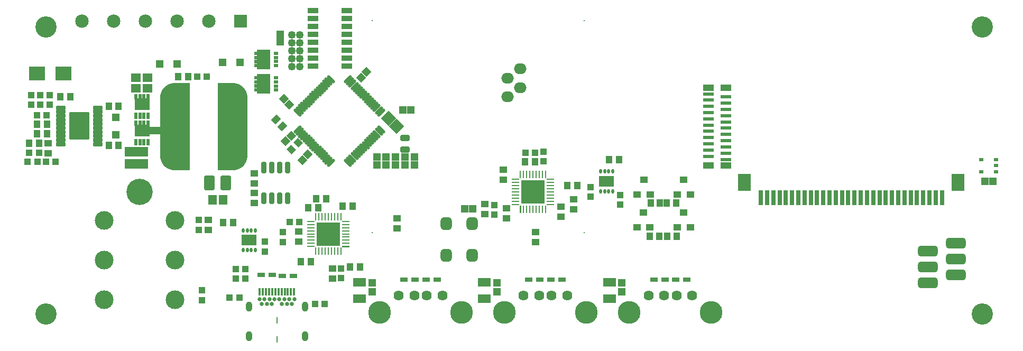
<source format=gts>
G04 =========================================*
G04 Numerical Innovations - Layer Information*
G04 Units: English*
G04 Purpose: Mask Top*
G04 Material: Solder Resist*
G04 =========================================*
G04 FAB 3000 Version 8.3.44 (64-bit) - Gerber/CAM Software*
G04 RS274-X Output*
%FSLAX35Y35*%
%MIA0B0*%
%MOIN*%
%SFA1.000000B1.000000*%

%IPPOS*%
%AMROUNDEDRECTD27*
4,1,4,-0.023755,-0.000500,
0.023755,-0.000500,
0.023755,0.000500,
-0.023755,0.000500,
-0.023755,-0.000500,0.0*
4,1,4,-0.019045,-0.004710,
0.019045,-0.004710,
0.019045,0.004710,
-0.019045,0.004710,
-0.019045,-0.004710,0.0*
1,1,0.009420,-0.019050,0.000000*
1,1,0.009420,0.019050,0.000000*
1,1,0.009420,0.019050,0.000000*
1,1,0.009420,-0.019050,0.000000*
%
%AMROUNDEDRECTD28*
4,1,4,-0.004710,-0.019045,
0.004710,-0.019045,
0.004710,0.019045,
-0.004710,0.019045,
-0.004710,-0.019045,0.0*
4,1,4,-0.000500,-0.023755,
0.000500,-0.023755,
0.000500,0.023755,
-0.000500,0.023755,
-0.000500,-0.023755,0.0*
1,1,0.009420,0.000000,0.019050*
1,1,0.009420,0.000000,0.019050*
1,1,0.009420,0.000000,-0.019050*
1,1,0.009420,0.000000,-0.019050*
%
%AMROUNDEDRECTD31*
4,1,4,-0.019045,0.004710,
-0.019045,-0.004710,
0.019045,-0.004710,
0.019045,0.004710,
-0.019045,0.004710,0.0*
4,1,4,-0.023755,0.000500,
-0.023755,-0.000500,
0.023755,-0.000500,
0.023755,0.000500,
-0.023755,0.000500,0.0*
1,1,0.009420,0.019050,0.000000*
1,1,0.009420,0.019050,0.000000*
1,1,0.009420,-0.019050,0.000000*
1,1,0.009420,-0.019050,0.000000*
%
%AMROUNDEDRECTD32*
4,1,4,-0.000500,0.023755,
-0.000500,-0.023755,
0.000500,-0.023755,
0.000500,0.023755,
-0.000500,0.023755,0.0*
4,1,4,-0.004710,0.019045,
-0.004710,-0.019045,
0.004710,-0.019045,
0.004710,0.019045,
-0.004710,0.019045,0.0*
1,1,0.009420,0.000000,0.019050*
1,1,0.009420,0.000000,-0.019050*
1,1,0.009420,0.000000,-0.019050*
1,1,0.009420,0.000000,0.019050*
%
%AMROUNDEDRECTD38*
4,1,4,-0.011810,-0.030475,
0.011810,-0.030475,
0.011810,0.030475,
-0.011810,0.030475,
-0.011810,-0.030475,0.0*
4,1,4,-0.009805,-0.032480,
0.009805,-0.032480,
0.009805,0.032480,
-0.009805,0.032480,
-0.009805,-0.032480,0.0*
1,1,0.004020,-0.009800,0.030470*
1,1,0.004020,0.009800,0.030470*
1,1,0.004020,0.009800,-0.030470*
1,1,0.004020,-0.009800,-0.030470*
%
%AMDIAMOND39*
4,1,4,-0.026445,0.000000,
0.000000,-0.026445,
0.026445,0.000000,
0.000000,0.026445,
-0.026445,0.000000,0.0*
%
%AMROTATEDRECTD40*
4,1,5,-0.024360,0.000700,
-0.000700,0.024360,
0.024360,-0.000700,
0.000700,-0.024360,
-0.024360,0.000700,
-0.024360,0.000700,0.0*
%
%AMROTATEDRECTD43*
4,1,5,0.002780,0.025060,
0.025060,0.002780,
-0.002780,-0.025060,
-0.025060,-0.002780,
0.002780,0.025060,
0.002780,0.025060,0.0*
%
%AMROTATEDRECTD44*
4,1,5,0.000700,0.042450,
0.042450,0.000700,
-0.000700,-0.042450,
-0.042450,-0.000700,
0.000700,0.042450,
0.000700,0.042450,0.0*
%
%AMROUNDEDRECTD47*
4,1,4,-0.044290,0.029530,
-0.044290,-0.029530,
0.044290,-0.029530,
0.044290,0.029530,
-0.044290,0.029530,0.0*
4,1,4,-0.059055,0.014765,
-0.059055,-0.014765,
0.059055,-0.014765,
0.059055,0.014765,
-0.059055,0.014765,0.0*
1,1,0.029530,0.044290,0.014760*
1,1,0.029530,0.044290,-0.014760*
1,1,0.029530,-0.044290,-0.014760*
1,1,0.029530,-0.044290,0.014760*
%
%AMROUNDEDRECTD57*
4,1,4,0.015750,-0.035435,
0.015750,0.035435,
-0.015750,0.035435,
-0.015750,-0.035435,
0.015750,-0.035435,0.0*
4,1,4,0.031495,-0.019685,
0.031495,0.019685,
-0.031495,0.019685,
-0.031495,-0.019685,
0.031495,-0.019685,0.0*
1,1,0.031500,-0.015750,-0.019680*
1,1,0.031500,-0.015750,0.019680*
1,1,0.031500,0.015750,0.019680*
1,1,0.031500,0.015750,-0.019680*
%
%AMROUNDEDRECTD58*
4,1,4,0.025590,0.011220,
-0.025590,0.011220,
-0.025590,-0.011220,
0.025590,-0.011220,
0.025590,0.011220,0.0*
4,1,4,0.021850,0.014960,
-0.021850,0.014960,
-0.021850,-0.014960,
0.021850,-0.014960,
0.021850,0.014960,0.0*
1,1,0.007480,0.021850,-0.011220*
1,1,0.007480,-0.021850,-0.011220*
1,1,0.007480,-0.021850,0.011220*
1,1,0.007480,0.021850,0.011220*
%
%AMROUNDEDRECTD62*
4,1,4,0.025690,-0.042325,
0.025690,0.042325,
-0.025690,0.042325,
-0.025690,-0.042325,
0.025690,-0.042325,0.0*
4,1,4,0.028545,-0.039470,
0.028545,0.039470,
-0.028545,0.039470,
-0.028545,-0.039470,
0.028545,-0.039470,0.0*
1,1,0.005710,-0.025690,-0.039470*
1,1,0.005710,-0.025690,0.039470*
1,1,0.005710,0.025690,0.039470*
1,1,0.005710,0.025690,-0.039470*
%
%AMROUNDEDRECTD63*
4,1,4,-0.025610,0.008860,
-0.025610,-0.008860,
0.025610,-0.008860,
0.025610,0.008860,
-0.025610,0.008860,0.0*
4,1,4,-0.027560,0.006910,
-0.027560,-0.006910,
0.027560,-0.006910,
0.027560,0.006910,
-0.027560,0.006910,0.0*
1,1,0.003900,0.025610,0.006910*
1,1,0.003900,0.025610,-0.006910*
1,1,0.003900,-0.025610,-0.006910*
1,1,0.003900,-0.025610,0.006910*
%
%AMROUNDEDRECTD64*
4,1,4,0.059055,0.080905,
-0.059055,0.080905,
-0.059055,-0.080905,
0.059055,-0.080905,
0.059055,0.080905,0.0*
4,1,4,0.057285,0.082675,
-0.057285,0.082675,
-0.057285,-0.082675,
0.057285,-0.082675,
0.057285,0.082675,0.0*
1,1,0.003540,0.057280,-0.080910*
1,1,0.003540,-0.057280,-0.080910*
1,1,0.003540,-0.057280,0.080910*
1,1,0.003540,0.057280,0.080910*
%
%AMOVALD65*
4,1,4,-0.011137,-0.019488,
0.019488,0.011137,
0.011137,0.019488,
-0.019488,-0.011137,
-0.011137,-0.019488,0.0*
1,1,0.011810,0.015310,0.015310*
1,1,0.011810,-0.015310,-0.015310*
%
%AMOVALD66*
4,1,4,-0.019488,0.011137,
0.011137,-0.019488,
0.019488,-0.011137,
-0.011137,0.019488,
-0.019488,0.011137,0.0*
1,1,0.011810,0.015310,-0.015310*
1,1,0.011810,-0.015310,0.015310*
%
%AMDIAMOND67*
4,1,4,0.000000,0.026445,
-0.026445,0.000000,
0.000000,-0.026445,
0.026445,0.000000,
0.000000,0.026445,0.0*
%
%AMROUNDEDRECTD83*
4,1,4,-0.015810,-0.030475,
0.015810,-0.030475,
0.015810,0.030475,
-0.015810,0.030475,
-0.015810,-0.030475,0.0*
4,1,4,-0.009805,-0.036480,
0.009805,-0.036480,
0.009805,0.036480,
-0.009805,0.036480,
-0.009805,-0.036480,0.0*
1,1,0.012020,-0.009800,0.030470*
1,1,0.012020,0.009800,0.030470*
1,1,0.012020,0.009800,-0.030470*
1,1,0.012020,-0.009800,-0.030470*
%
%AMDIAMOND84*
4,1,4,-0.032105,0.000000,
0.000000,-0.032105,
0.032105,0.000000,
0.000000,0.032105,
-0.032105,0.000000,0.0*
%
%AMROTATEDRECTD85*
4,1,5,-0.030020,0.000700,
-0.000700,0.030020,
0.030020,-0.000700,
0.000700,-0.030020,
-0.030020,0.000700,
-0.030020,0.000700,0.0*
%
%AMROTATEDRECTD87*
4,1,5,0.002780,0.030710,
0.030710,0.002780,
-0.002780,-0.030710,
-0.030710,-0.002780,
0.002780,0.030710,
0.002780,0.030710,0.0*
%
%AMROTATEDRECTD88*
4,1,5,0.000700,0.048110,
0.048110,0.000700,
-0.000700,-0.048110,
-0.048110,-0.000700,
0.000700,0.048110,
0.000700,0.048110,0.0*
%
%AMROUNDEDRECTD91*
4,1,4,-0.044290,0.033530,
-0.044290,-0.033530,
0.044290,-0.033530,
0.044290,0.033530,
-0.044290,0.033530,0.0*
4,1,4,-0.063055,0.014765,
-0.063055,-0.014765,
0.063055,-0.014765,
0.063055,0.014765,
-0.063055,0.014765,0.0*
1,1,0.037530,0.044290,0.014760*
1,1,0.037530,0.044290,-0.014760*
1,1,0.037530,-0.044290,-0.014760*
1,1,0.037530,-0.044290,0.014760*
%
%AMROUNDEDRECTD100*
4,1,4,0.015750,-0.039435,
0.015750,0.039435,
-0.015750,0.039435,
-0.015750,-0.039435,
0.015750,-0.039435,0.0*
4,1,4,0.035495,-0.019685,
0.035495,0.019685,
-0.035495,0.019685,
-0.035495,-0.019685,
0.035495,-0.019685,0.0*
1,1,0.039500,-0.015750,-0.019680*
1,1,0.039500,-0.015750,0.019680*
1,1,0.039500,0.015750,0.019680*
1,1,0.039500,0.015750,-0.019680*
%
%AMROUNDEDRECTD101*
4,1,4,0.029590,0.011220,
-0.029590,0.011220,
-0.029590,-0.011220,
0.029590,-0.011220,
0.029590,0.011220,0.0*
4,1,4,0.021850,0.018960,
-0.021850,0.018960,
-0.021850,-0.018960,
0.021850,-0.018960,
0.021850,0.018960,0.0*
1,1,0.015480,0.021850,-0.011220*
1,1,0.015480,-0.021850,-0.011220*
1,1,0.015480,-0.021850,0.011220*
1,1,0.015480,0.021850,0.011220*
%
%AMROUNDEDRECTD106*
4,1,4,0.025690,-0.046325,
0.025690,0.046325,
-0.025690,0.046325,
-0.025690,-0.046325,
0.025690,-0.046325,0.0*
4,1,4,0.032545,-0.039470,
0.032545,0.039470,
-0.032545,0.039470,
-0.032545,-0.039470,
0.032545,-0.039470,0.0*
1,1,0.013710,-0.025690,-0.039470*
1,1,0.013710,-0.025690,0.039470*
1,1,0.013710,0.025690,0.039470*
1,1,0.013710,0.025690,-0.039470*
%
%AMROUNDEDRECTD108*
4,1,4,-0.025610,0.012860,
-0.025610,-0.012860,
0.025610,-0.012860,
0.025610,0.012860,
-0.025610,0.012860,0.0*
4,1,4,-0.031560,0.006910,
-0.031560,-0.006910,
0.031560,-0.006910,
0.031560,0.006910,
-0.031560,0.006910,0.0*
1,1,0.011900,0.025610,0.006910*
1,1,0.011900,0.025610,-0.006910*
1,1,0.011900,-0.025610,-0.006910*
1,1,0.011900,-0.025610,0.006910*
%
%AMROUNDEDRECTD109*
4,1,4,0.063055,0.080905,
-0.063055,0.080905,
-0.063055,-0.080905,
0.063055,-0.080905,
0.063055,0.080905,0.0*
4,1,4,0.057285,0.086675,
-0.057285,0.086675,
-0.057285,-0.086675,
0.057285,-0.086675,
0.057285,0.086675,0.0*
1,1,0.011540,0.057280,-0.080910*
1,1,0.011540,-0.057280,-0.080910*
1,1,0.011540,-0.057280,0.080910*
1,1,0.011540,0.057280,0.080910*
%
%AMOVALD110*
4,1,4,-0.008309,-0.022316,
0.022316,0.008309,
0.008309,0.022316,
-0.022316,-0.008309,
-0.008309,-0.022316,0.0*
1,1,0.019810,0.015310,0.015310*
1,1,0.019810,-0.015310,-0.015310*
%
%AMOVALD111*
4,1,4,-0.022316,0.008309,
0.008309,-0.022316,
0.022316,-0.008309,
-0.008309,0.022316,
-0.022316,0.008309,0.0*
1,1,0.019810,0.015310,-0.015310*
1,1,0.019810,-0.015310,0.015310*
%
%AMDIAMOND112*
4,1,4,0.000000,0.032105,
-0.032105,0.000000,
0.000000,-0.032105,
0.032105,0.000000,
0.000000,0.032105,0.0*
%
%AMROUNDEDRECTD125*
4,1,4,0.019685,0.011810,
-0.019685,0.011810,
-0.019685,-0.011810,
0.019685,-0.011810,
0.019685,0.011810,0.0*
4,1,4,0.000500,0.031495,
-0.000500,0.031495,
-0.000500,-0.031495,
0.000500,-0.031495,
0.000500,0.031495,0.0*
1,1,0.039370,0.000000,-0.011810*
1,1,0.039370,0.000000,-0.011810*
1,1,0.039370,0.000000,0.011810*
1,1,0.039370,0.000000,0.011810*
%
%ADD10C,0.010000*%
%ADD11C,0.009840*%
%ADD12C,0.007870*%
%ADD13C,0.019680*%
%ADD14C,0.023620*%
%ADD15C,0.003940*%
%ADD16C,0.005000*%
%ADD17C,0.005910*%
%ADD18R,0.095860X0.095860*%
%ADD19R,0.095860X0.095860*%
%ADD20R,0.043310X0.043310*%
%ADD21R,0.043310X0.043310*%
%ADD22R,0.039370X0.035430*%
%ADD23R,0.031500X0.039370*%
%ADD24R,0.061020X0.025590*%
%ADD25R,0.151580X0.151580*%
%ADD26C,0.008480*%
%ADD27ROUNDEDRECTD27*%
%ADD28ROUNDEDRECTD28*%
%ADD29R,0.035430X0.037400*%
%ADD30R,0.033470X0.035430*%
%ADD31ROUNDEDRECTD31*%
%ADD32ROUNDEDRECTD32*%
%ADD33R,0.151580X0.151580*%
%ADD34R,0.035430X0.033470*%
%ADD35R,0.088580X0.059060*%
%ADD36O,0.009840X0.019680*%
%ADD37R,0.037400X0.035430*%
%ADD38ROUNDEDRECTD38*%
%ADD39DIAMOND39*%
%ADD40ROTATEDRECTD40*%
%ADD41R,0.098430X0.090550*%
%ADD42R,0.023620X0.016930*%
%ADD43ROTATEDRECTD43*%
%ADD44ROTATEDRECTD44*%
%ADD45R,0.013390X0.025590*%
%ADD46R,0.013390X0.031500*%
%ADD47ROUNDEDRECTD47*%
%ADD48R,0.070870X0.049210*%
%ADD49R,0.050000X0.030000*%
%ADD50R,0.043310X0.039370*%
%ADD51R,0.037400X0.037400*%
%ADD52R,0.027560X0.017720*%
%ADD53R,0.059060X0.015750*%
%ADD54R,0.059060X0.031500*%
%ADD55R,0.023620X0.086610*%
%ADD56R,0.070870X0.102360*%
%ADD57ROUNDEDRECTD57*%
%ADD58ROUNDEDRECTD58*%
%ADD59R,0.037400X0.037400*%
%ADD60R,0.055120X0.047240*%
%ADD61R,0.047240X0.055120*%
%ADD62ROUNDEDRECTD62*%
%ADD63ROUNDEDRECTD63*%
%ADD64ROUNDEDRECTD64*%
%ADD65OVALD65*%
%ADD66OVALD66*%
%ADD67DIAMOND67*%
%ADD68C,0.168310*%
%ADD69R,0.141730X0.051180*%
%ADD70R,0.007870X0.039370*%
%ADD71R,0.011810X0.047240*%
%ADD72C,0.047240*%
%ADD73R,0.074410X0.051580*%
%ADD74R,0.047370X0.043430*%
%ADD75R,0.039500X0.047370*%
%ADD76R,0.069020X0.033590*%
%ADD77R,0.043430X0.045400*%
%ADD78R,0.041470X0.043430*%
%ADD79R,0.043430X0.041470*%
%ADD80R,0.096580X0.067060*%
%ADD81O,0.017840X0.027690*%
%ADD82R,0.045400X0.043430*%
%ADD83ROUNDEDRECTD83*%
%ADD84DIAMOND84*%
%ADD85ROTATEDRECTD85*%
%ADD86R,0.027560X0.020870*%
%ADD87ROTATEDRECTD87*%
%ADD88ROTATEDRECTD88*%
%ADD89R,0.021390X0.033590*%
%ADD90R,0.021390X0.039500*%
%ADD91ROUNDEDRECTD91*%
%ADD92R,0.078870X0.057210*%
%ADD93R,0.051310X0.047370*%
%ADD94R,0.045400X0.045400*%
%ADD95R,0.031500X0.021650*%
%ADD96R,0.067060X0.023750*%
%ADD97R,0.067060X0.039500*%
%ADD98R,0.031620X0.094610*%
%ADD99R,0.078870X0.110360*%
%ADD100ROUNDEDRECTD100*%
%ADD101ROUNDEDRECTD101*%
%ADD102R,0.045400X0.045400*%
%ADD103R,0.063120X0.055240*%
%ADD104R,0.047240X0.047240*%
%ADD105R,0.055240X0.063120*%
%ADD106ROUNDEDRECTD106*%
%ADD107R,0.047240X0.047240*%
%ADD108ROUNDEDRECTD108*%
%ADD109ROUNDEDRECTD109*%
%ADD110OVALD110*%
%ADD111OVALD111*%
%ADD112DIAMOND112*%
%ADD113R,0.149730X0.059180*%
%ADD114R,0.098190X0.075350*%
%ADD115O,0.078870X0.067060*%
%ADD116C,0.008000*%
%ADD117C,0.084770*%
%ADD118R,0.084770X0.084770*%
%ADD119C,0.049340*%
%ADD120C,0.063910*%
%ADD121C,0.143830*%
%ADD122C,0.118240*%
%ADD123C,0.165480*%
%ADD124C,0.133980*%
%ADD125ROUNDEDRECTD125*%
%ADD126C,0.025590*%
%ADD127C,0.007870*%
%ADD128C,0.015750*%
%ADD129C,0.039370*%
%ADD130C,0.013780*%
%ADD131C,0.011810*%
%ADD132R,0.090160X0.067320*%
%ADD133O,0.070870X0.059060*%
%ADD134C,0.076770*%
%ADD135R,0.076770X0.076770*%
%ADD136C,0.041340*%
%ADD137C,0.055910*%
%ADD138C,0.135830*%
%ADD139C,0.110240*%
%ADD140C,0.157480*%
%ADD141C,0.125980*%
%ADD142C,0.031500*%
%ADD143C,0.055120*%
%ADD144C,0.019680*%
%ADD145C,0.007000*%
%ADD146C,0.001000*%
%LNuP-H Main PCBA Assy V04_0*%
%LPD*%
G36*
X141929Y240158D02*
G01X132579D01*
X131658D01*
X129851Y240517D01*
X128150Y241222D01*
X126618Y242245D01*
X125316Y243547D01*
X124293Y245079D01*
X123588Y246780D01*
X123228Y248587D01*
Y249508D01*
Y285925D01*
Y286846D01*
X123588Y288653D01*
X124293Y290354D01*
X125316Y291886D01*
X126618Y293188D01*
X128150Y294211D01*
X129851Y294916D01*
X131658Y295276D01*
X132579D01*
X141929D01*
Y240158D01*
G37*
G54D68*
X132579Y267717D03*
G54D122*
X132677Y208465D03*
Y183465D03*
Y158465D03*
G54D70*
X196850Y145669D03*
Y133465D03*
G54D86*
X196125Y290806D03*
Y293365D03*
Y295924D03*
Y298483D03*
Y306201D03*
Y308760D03*
Y311319D03*
Y313878D03*
G54D87*
X196231Y272121D03*
G54D102*
X198916Y326027D03*
Y321105D03*
G54D122*
X87795Y158465D03*
G54D124*
X51181Y149606D03*
G54D123*
X110236Y226693D03*
G54D122*
X87795Y208465D03*
Y183465D03*
G54D74*
X423819Y204068D03*
X424016Y224935D03*
G54D121*
X419016Y150709D03*
G54D49*
X297791Y171260D03*
G54D120*
X301181Y161378D03*
G54D77*
X244685Y217717D03*
G54D92*
X249016Y159350D03*
Y169390D03*
G54D110*
X247217Y291966D03*
X245825Y293358D03*
X244433Y294750D03*
G54D111*
Y247702D03*
X245825Y249094D03*
X247217Y250486D03*
G54D41*
X62402Y301378D03*
X45472D03*
G54D77*
X134646Y299213D03*
G54D103*
X107874Y298622D03*
X115354D03*
G54D104*
X133858Y307087D03*
X122835D03*
G54D124*
X51181Y330709D03*
G54D117*
X114016Y334252D03*
X134016D03*
X94016D03*
X74016D03*
G54D112*
X201213Y285076D03*
G54D111*
X218264Y285006D03*
X219656Y286398D03*
X221048Y287790D03*
G54D110*
X243041Y296142D03*
X241649Y297534D03*
G54D111*
X230792D03*
X222440Y289182D03*
X223832Y290574D03*
X225224Y291966D03*
X226616Y293358D03*
X228008Y294750D03*
X229400Y296142D03*
G54D49*
X284012Y171260D03*
X277012D03*
X290791D03*
G54D77*
X249124Y179362D03*
G54D82*
X272475Y203666D03*
Y209966D03*
G54D93*
X256890Y163484D03*
Y169193D03*
G54D121*
X261535Y150709D03*
G54D120*
X273622Y161378D03*
X283465D03*
X291339D03*
G54D116*
X256890Y200787D03*
G54D84*
X249792Y298717D03*
G54D111*
X248609Y251878D03*
X250001Y253270D03*
X251393Y254662D03*
X252785Y256054D03*
G54D110*
X248609Y290574D03*
X250001Y289182D03*
X251393Y287790D03*
X252785Y286398D03*
G54D84*
X253272Y302197D03*
G54D110*
X256960Y282222D03*
X255569Y283614D03*
G54D111*
X254176Y257446D03*
X255569Y258838D03*
X256960Y260230D03*
G54D110*
X254176Y285006D03*
G54D84*
X205906Y261970D03*
G54D110*
X209913Y265797D03*
X211305Y264405D03*
X212697Y263014D03*
G54D87*
X200407Y267945D03*
G54D111*
X216873Y283614D03*
G54D112*
X204693Y281596D03*
G54D111*
X209913Y276655D03*
X211305Y278047D03*
X212697Y279438D03*
X214089Y280831D03*
X215480Y282222D03*
G54D77*
X90784Y280593D03*
Y255817D03*
X45509Y269104D03*
X51808D03*
G54D108*
X83894Y269400D03*
X60666D03*
G54D109*
X72280Y268120D03*
G54D127*
X68343Y270089D03*
X76217D03*
X72280D03*
G36*
X168996Y295276D02*
G01X169917D01*
X171723Y294916D01*
X173425Y294211D01*
X174957Y293188D01*
X176259Y291886D01*
X177282Y290354D01*
X177987Y288653D01*
X178347Y286846D01*
Y285925D01*
Y249508D01*
Y248587D01*
X177987Y246780D01*
X177282Y245079D01*
X176259Y243547D01*
X174957Y242245D01*
X173425Y241222D01*
X171723Y240517D01*
X169917Y240158D01*
X168996D01*
X159646D01*
Y295276D01*
X168996D01*
G37*
G54D68*
Y267717D03*
G54D78*
X173130Y159843D03*
G54D118*
X174016Y334252D03*
G54D104*
X173622Y308268D03*
G54D116*
X256890Y334646D03*
G54D111*
X262528Y265797D03*
X261136Y264405D03*
X259744Y263014D03*
X258352Y261622D03*
G54D110*
Y280831D03*
X259744Y279438D03*
X261136Y278047D03*
X262528Y276655D03*
G54D102*
X259842Y248524D03*
Y243602D03*
G54D88*
X267387Y272988D03*
X272398Y267977D03*
G54D102*
X265748Y248524D03*
Y243602D03*
G54D94*
X281201Y278346D03*
X276279D03*
G54D101*
X277559Y253386D03*
Y260433D03*
G54D102*
X283465Y243602D03*
Y248524D03*
X271654D03*
Y243602D03*
X277559Y248524D03*
Y243602D03*
G54D32*
X350394Y237485D03*
X352362D03*
X354331D03*
X356299D03*
X358268D03*
X360236D03*
X362205D03*
X364173D03*
X366142D03*
G54D81*
X400913Y239451D03*
X403473D03*
X406032D03*
X408591D03*
G54D82*
X339567Y240534D03*
G54D77*
X406363Y246850D03*
X412663D03*
X359449Y245455D03*
X353150D03*
G54D78*
X359599Y251117D03*
X353497D03*
G54D79*
X364961Y251870D03*
Y245768D03*
G54D116*
X390748Y334646D03*
G54D115*
X342244Y298228D03*
X350118Y292323D03*
X342244Y286417D03*
X350118Y304134D03*
G54D98*
X537402Y223031D03*
X541339D03*
X545276D03*
X549213D03*
X553150D03*
X557087D03*
X561024D03*
X588583D03*
X592520D03*
X596457D03*
X600394D03*
X584646D03*
X580709D03*
X576772D03*
X572835D03*
X568898D03*
X564961D03*
G54D91*
X607283Y169291D03*
Y179291D03*
Y189291D03*
G54D98*
X604331Y223031D03*
G54D91*
X625000Y174291D03*
Y184291D03*
Y194291D03*
G54D94*
X643209Y233268D03*
X648130D03*
G54D95*
X640945Y239370D03*
Y246850D03*
X650394D03*
Y243110D03*
Y239370D03*
G54D98*
X608268Y223031D03*
X612205D03*
X616142D03*
G54D99*
X626378Y232480D03*
G54D124*
X641732Y149606D03*
Y330709D03*
G54D96*
X479921Y247047D03*
Y250984D03*
Y258858D03*
Y266732D03*
Y274606D03*
Y278543D03*
Y286417D03*
Y282480D03*
Y270669D03*
Y262795D03*
Y254921D03*
G54D97*
Y292323D03*
Y243110D03*
G54D99*
X491732Y232480D03*
G54D98*
X513779Y223031D03*
X509842D03*
X505905D03*
X501968D03*
X521654D03*
X525591D03*
X533464D03*
X529528D03*
X517717D03*
G54D75*
X448668Y219685D03*
X442763D03*
X438386D03*
X432480D03*
G54D72*
X114821Y265302D02*
G01X124696D01*
G54D77*
X97083Y255817D03*
G54D113*
X108268Y251772D03*
Y244291D03*
G54D107*
X95312Y262510D03*
G54D90*
X115650Y257874D03*
X113091D03*
X110531D03*
X107972D03*
G54D114*
X111811Y265335D03*
G54D83*
X193558Y222624D03*
X188558D03*
G36*
X192582Y303937D02*
G01X184315D01*
Y305157D01*
X182543D01*
Y307244D01*
X184315D01*
Y307717D01*
X182543D01*
Y309803D01*
X184315D01*
Y310276D01*
X182543D01*
Y312362D01*
X184315D01*
Y312835D01*
X182543D01*
Y314921D01*
X184315D01*
Y316142D01*
X192582D01*
Y303937D01*
G37*
G36*
Y288542D02*
G01X184315D01*
Y289763D01*
X182543D01*
Y291849D01*
X184315D01*
Y292322D01*
X182543D01*
Y294408D01*
X184315D01*
Y294881D01*
X182543D01*
Y296967D01*
X184315D01*
Y297440D01*
X182543D01*
Y299526D01*
X184315D01*
Y300747D01*
X192582D01*
Y288542D01*
G37*
G54D82*
X182672Y225971D03*
Y238175D03*
Y231876D03*
G54D83*
X193558Y241915D03*
X188558D03*
G54D86*
X183921Y306201D03*
Y308760D03*
Y311319D03*
Y313878D03*
Y290806D03*
Y293365D03*
Y295924D03*
Y298483D03*
G54D83*
X203558Y241915D03*
X198558D03*
G54D84*
X212869Y246639D03*
G54D110*
X225224Y250486D03*
X226616Y249094D03*
X228008Y247702D03*
X229400Y246310D03*
X230792Y244918D03*
G54D111*
X241649D03*
X243041Y246310D03*
G54D84*
X216349Y250119D03*
G54D110*
X221048Y254662D03*
X222440Y253270D03*
X223832Y251878D03*
G54D85*
X205807Y253354D03*
G54D84*
X202426Y258490D03*
G54D110*
X219656Y256054D03*
X218264Y257446D03*
X216873Y258838D03*
X215480Y260230D03*
X214089Y261622D03*
G54D85*
X210122Y257669D03*
G54D127*
X68343Y262215D03*
Y266152D03*
X72280D03*
X76217D03*
X72280Y262215D03*
X76217D03*
G54D108*
X83894Y266841D03*
Y264282D03*
Y261722D03*
Y259163D03*
Y256604D03*
G54D79*
X333858Y212089D03*
Y218191D03*
G54D82*
X328051Y212665D03*
G54D94*
X315224Y215748D03*
X320146D03*
G54D100*
X303543Y206403D03*
Y186403D03*
X320079Y206403D03*
Y186403D03*
G54D82*
X339567Y234234D03*
X341732Y210022D03*
Y216321D03*
X328051Y218965D03*
G54D31*
X347340Y218683D03*
Y220652D03*
Y222620D03*
Y224589D03*
Y226557D03*
Y228526D03*
Y230494D03*
Y232463D03*
Y234431D03*
G54D79*
X176772Y177854D03*
X189270Y188984D03*
Y195087D03*
G54D80*
X179427Y196169D03*
G54D81*
X183266Y202370D03*
G54D82*
X182672Y219671D03*
G54D81*
X183266Y189969D03*
X180707D03*
X178148D03*
X175589D03*
Y202370D03*
X178148D03*
X180707D03*
G54D77*
X60273Y286624D03*
G54D78*
X45607Y275010D03*
X51710D03*
G54D79*
X41769Y281604D03*
Y287707D03*
X47674D03*
Y281604D03*
X53580D03*
Y287707D03*
G54D108*
X60666Y271959D03*
Y274518D03*
Y277077D03*
Y279636D03*
G54D77*
X66572Y286624D03*
G54D127*
X68343Y274026D03*
X76217D03*
X72280D03*
G54D108*
X83894Y279636D03*
Y277077D03*
Y274518D03*
Y271959D03*
G54D77*
X242825Y179362D03*
G54D79*
X237228Y178289D03*
G54D82*
X231784Y178150D03*
G54D77*
X140945Y299213D03*
G54D106*
X154331Y232283D03*
G54D117*
X154016Y334252D03*
G54D82*
X153543Y208858D03*
Y202559D03*
G54D79*
X149606Y158366D03*
Y164469D03*
X147638Y208760D03*
Y202658D03*
G54D78*
X152657Y299213D03*
X146555D03*
G54D105*
X156102Y221457D03*
G54D77*
X169191Y207291D03*
X162892D03*
G54D104*
X162598Y308268D03*
G54D105*
X162795Y221457D03*
G54D106*
X164567Y232283D03*
G54D79*
X170866Y177854D03*
Y171752D03*
G54D78*
X167028Y159843D03*
X39702Y245482D03*
X45804D03*
X46788Y251191D03*
X40686D03*
G54D77*
X45509Y263199D03*
X40587Y257097D03*
X46887D03*
G54D82*
X52595Y250994D03*
Y257293D03*
G54D78*
X51119Y245482D03*
G54D77*
X51808Y263199D03*
G54D108*
X60666Y256604D03*
Y259163D03*
Y261722D03*
Y264282D03*
Y266841D03*
G54D78*
X57221Y245482D03*
G54D90*
X107972Y274409D03*
X110531D03*
X113091D03*
X115650D03*
G54D107*
X95312Y273533D03*
G54D89*
X115650Y269980D03*
X113091D03*
X110531D03*
X107972D03*
G54D114*
X111810Y281870D03*
G54D77*
X97083Y280593D03*
G54D89*
X115650Y286516D03*
G54D103*
X107874Y291929D03*
X115354D03*
G54D89*
X113091Y286516D03*
X110531D03*
X107972D03*
G54D77*
X386220Y230494D03*
G54D116*
X390748Y200787D03*
G54D81*
X400913Y227049D03*
X403473D03*
X406032D03*
X408591D03*
G54D80*
X404752Y233250D03*
G54D79*
X394685Y229510D03*
Y223408D03*
X413386Y224687D03*
Y218585D03*
G54D76*
X241035Y340728D03*
Y305728D03*
Y310728D03*
Y315728D03*
Y320728D03*
Y325728D03*
Y330728D03*
Y335728D03*
X219578Y305728D03*
G54D119*
X206426Y305574D03*
Y310575D03*
X211426Y315575D03*
X206426D03*
X211426Y310575D03*
Y305574D03*
G54D76*
X219578Y320728D03*
Y315728D03*
Y310728D03*
G54D119*
X211426Y320574D03*
X206426D03*
Y325574D03*
X211426D03*
G54D76*
X219578Y340728D03*
Y335728D03*
Y330728D03*
Y325728D03*
G54D74*
X449213Y224935D03*
G54D96*
X468898Y252953D03*
Y256890D03*
G54D97*
Y243110D03*
G54D96*
Y249016D03*
G54D74*
X428150Y234384D03*
X432283Y224935D03*
X453346Y234384D03*
X457480Y224935D03*
G54D96*
X468898Y260827D03*
Y268701D03*
Y276575D03*
Y280512D03*
Y288386D03*
Y284449D03*
Y272638D03*
Y264764D03*
G54D97*
Y292323D03*
G54D82*
X231784Y171850D03*
G54D79*
X237228Y172186D03*
G54D78*
X220866Y156024D03*
X226969D03*
G54D125*
X179252Y154252D03*
Y135630D03*
G54D79*
X176772Y171752D03*
G54D126*
X185827Y158780D03*
G54D71*
X186024Y163701D03*
G54D49*
X186956Y174256D03*
X193956D03*
G54D126*
X188976Y158780D03*
X192126D03*
X195276D03*
X193701Y156024D03*
X187402D03*
X190551D03*
G54D71*
X191929Y163701D03*
X193898D03*
X195866D03*
X189961D03*
X187992D03*
X205709D03*
X203740D03*
X201772D03*
X199803D03*
G54D126*
X200000Y156024D03*
X203150D03*
X198425Y158780D03*
X204724D03*
X201575D03*
G54D71*
X197835Y163701D03*
G54D49*
X200240Y173639D03*
G54D126*
X206299Y156024D03*
X207874Y158780D03*
G54D49*
X207240Y173639D03*
G54D125*
X214449Y154252D03*
Y135630D03*
G54D71*
X207677Y163701D03*
G54D49*
X441492Y171260D03*
G54D120*
X431102Y161378D03*
X458661D03*
X448819D03*
X440945D03*
G54D121*
X470748Y150709D03*
G54D49*
X455272Y171260D03*
X448272D03*
X434492D03*
G54D75*
X442913Y198557D03*
X448819D03*
X437795D03*
X431890D03*
G54D74*
X453346Y213517D03*
X457480Y204068D03*
X449213D03*
X427953Y213517D03*
X432087Y204068D03*
G54D93*
X335630Y163484D03*
Y169193D03*
G54D121*
X313268Y150709D03*
X340276D03*
G54D120*
X352362Y161378D03*
G54D92*
X327764Y159350D03*
Y169390D03*
G54D49*
X355752Y171260D03*
G54D120*
X362205Y161378D03*
G54D49*
X362752Y171260D03*
X369531D03*
X376532D03*
G54D93*
X414370Y169193D03*
G54D121*
X392008Y150709D03*
G54D120*
X379921Y161378D03*
X370079D03*
G54D93*
X414370Y163484D03*
G54D92*
X406496Y159350D03*
Y169390D03*
G36*
X350660Y217933D02*
G01X350793Y217800D01*
X350865Y217627D01*
Y217534D01*
Y213254D01*
X349923D01*
Y217534D01*
Y217627D01*
X349994Y217800D01*
X350127Y217933D01*
X350300Y218005D01*
X350487D01*
X350660Y217933D01*
G37*
G54D26*
X350394Y215580D03*
G54D82*
X360039Y194806D03*
Y201105D03*
G54D33*
X358268Y226557D03*
G54D32*
X352362Y215629D03*
X354331D03*
X356299D03*
X358268D03*
X360236D03*
X362205D03*
X364173D03*
X366142D03*
G54D31*
X369196Y234431D03*
Y232463D03*
Y230494D03*
Y228526D03*
Y226557D03*
Y224589D03*
Y222620D03*
Y220652D03*
Y218683D03*
G54D82*
X383858Y215534D03*
Y221833D03*
X375984Y210809D03*
Y217108D03*
G54D77*
X379921Y230494D03*
G54D25*
X229242Y200032D03*
G54D82*
X210542Y201410D03*
G54D78*
X211034Y207618D03*
X204931D03*
G54D83*
X198558Y222624D03*
X203558D03*
G54D27*
X218314Y207906D03*
Y205937D03*
Y203969D03*
G54D77*
X216740Y216672D03*
G54D27*
X240171Y203969D03*
Y205937D03*
Y207906D03*
G54D28*
X237117Y210960D03*
G54D77*
X238386Y217717D03*
X227953Y222146D03*
X221654D03*
X223039Y216672D03*
G54D28*
X221368Y210960D03*
X223337D03*
X225306D03*
X227274D03*
X229242D03*
X231211D03*
X233179D03*
X235148D03*
Y189104D03*
X237117D03*
G54D77*
X218219Y182709D03*
X211920D03*
G54D28*
X233179Y189104D03*
X231211D03*
X229242D03*
X227274D03*
X225306D03*
X223337D03*
X221368D03*
G36*
X242546Y191687D02*
G01X238172D01*
X237999Y191758D01*
X237867Y191891D01*
X237795Y192064D01*
Y192158D01*
Y192251D01*
X237867Y192424D01*
X237999Y192557D01*
X238172Y192629D01*
X242546D01*
Y191687D01*
G37*
G54D26*
X240220Y192158D03*
G54D27*
X218314D03*
X240171Y194126D03*
Y196095D03*
Y198063D03*
Y200032D03*
Y202000D03*
X218314D03*
Y200032D03*
Y198063D03*
G54D82*
X210542Y195110D03*
G54D79*
X200728Y195012D03*
Y201114D03*
G54D27*
X218314Y194126D03*
Y196095D03*
M02*
</source>
